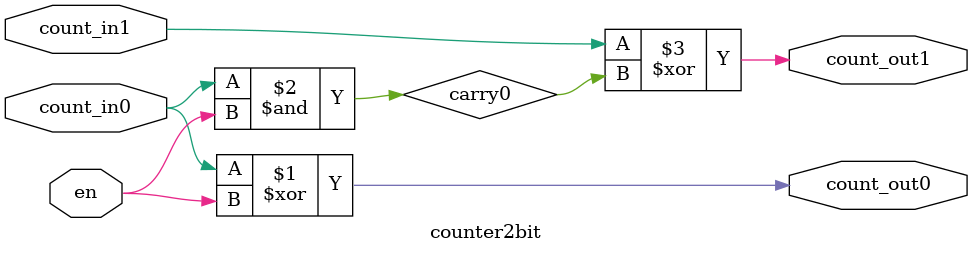
<source format=v>
module counter2bit (
    input en,
    input count_in0,
    input count_in1,
    output count_out0,
    output count_out1
);

wire carry0;

// Bit 0: toggles when enabled
xor xor0 (count_out0, count_in0, en);

// Bit 1: toggles when bit 0 is high and enabled
and and1 (carry0, count_in0, en);
xor xor1 (count_out1, count_in1, carry0);

endmodule

</source>
